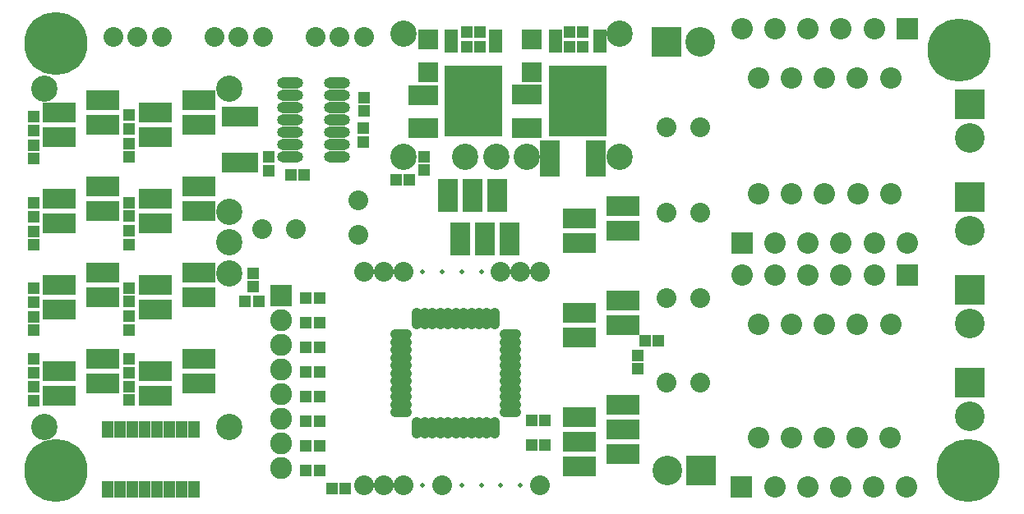
<source format=gts>
%FSAX25Y25*%
%MOIN*%
G70*
G01*
G75*
G04 Layer_Color=8388736*
%ADD10O,0.06890X0.02165*%
%ADD11O,0.02165X0.06890*%
%ADD12R,0.03740X0.07480*%
%ADD13R,0.21654X0.27165*%
%ADD14R,0.11811X0.05906*%
%ADD15R,0.11811X0.05906*%
%ADD16R,0.02992X0.04921*%
%ADD17O,0.08661X0.02362*%
%ADD18R,0.12500X0.06000*%
%ADD19R,0.10000X0.06000*%
%ADD20R,0.03000X0.03000*%
%ADD21R,0.03000X0.03000*%
%ADD22R,0.05906X0.11811*%
%ADD23R,0.05906X0.11811*%
%ADD24R,0.06000X0.06000*%
%ADD25R,0.06000X0.12500*%
%ADD26C,0.03500*%
%ADD27C,0.01200*%
%ADD28C,0.01500*%
%ADD29C,0.05000*%
%ADD30C,0.08000*%
%ADD31C,0.06000*%
%ADD32C,0.08661*%
%ADD33R,0.10000X0.10000*%
%ADD34C,0.10000*%
%ADD35C,0.06693*%
%ADD36R,0.06693X0.06693*%
%ADD37C,0.06890*%
%ADD38R,0.06890X0.06890*%
%ADD39R,0.10000X0.10000*%
%ADD40C,0.23622*%
%ADD41C,0.03200*%
%ADD42O,0.06693X0.01378*%
%ADD43R,0.06693X0.01378*%
%ADD44R,0.06000X0.06000*%
%ADD45R,0.05000X0.06000*%
%ADD46R,0.06000X0.10000*%
%ADD47C,0.00984*%
%ADD48C,0.02362*%
%ADD49C,0.01000*%
%ADD50C,0.02000*%
%ADD51C,0.00787*%
%ADD52C,0.00500*%
%ADD53R,0.18800X0.24800*%
%ADD54O,0.08890X0.04165*%
%ADD55O,0.04165X0.08890*%
%ADD56R,0.05740X0.09480*%
%ADD57R,0.23654X0.29165*%
%ADD58R,0.13811X0.07906*%
%ADD59R,0.13811X0.07906*%
%ADD60R,0.04992X0.06921*%
%ADD61O,0.10661X0.04362*%
%ADD62R,0.14500X0.08000*%
%ADD63R,0.12000X0.08000*%
%ADD64R,0.05000X0.05000*%
%ADD65R,0.05000X0.05000*%
%ADD66R,0.07906X0.13811*%
%ADD67R,0.07906X0.13811*%
%ADD68R,0.08000X0.08000*%
%ADD69R,0.08000X0.14500*%
%ADD70C,0.08000*%
%ADD71C,0.02000*%
%ADD72C,0.10661*%
%ADD73R,0.12000X0.12000*%
%ADD74C,0.12000*%
%ADD75C,0.08693*%
%ADD76R,0.08693X0.08693*%
%ADD77C,0.08890*%
%ADD78R,0.08890X0.08890*%
%ADD79R,0.12000X0.12000*%
%ADD80C,0.25622*%
D54*
X0196244Y-0161480D02*
D03*
Y-0158331D02*
D03*
Y-0155181D02*
D03*
Y-0152032D02*
D03*
Y-0148882D02*
D03*
Y-0145732D02*
D03*
Y-0142583D02*
D03*
Y-0139433D02*
D03*
Y-0136284D02*
D03*
Y-0133134D02*
D03*
Y-0129984D02*
D03*
X0151756D02*
D03*
Y-0133134D02*
D03*
Y-0136284D02*
D03*
Y-0139433D02*
D03*
Y-0142583D02*
D03*
Y-0145732D02*
D03*
Y-0148882D02*
D03*
Y-0152032D02*
D03*
Y-0155181D02*
D03*
Y-0158331D02*
D03*
Y-0161480D02*
D03*
D55*
X0189748Y-0123488D02*
D03*
X0186598D02*
D03*
X0183449D02*
D03*
X0180299D02*
D03*
X0177150D02*
D03*
X0174000D02*
D03*
X0170850D02*
D03*
X0167701D02*
D03*
X0164551D02*
D03*
X0161402D02*
D03*
X0158252D02*
D03*
Y-0167976D02*
D03*
X0161402D02*
D03*
X0164551D02*
D03*
X0167701D02*
D03*
X0170850D02*
D03*
X0174000D02*
D03*
X0177150D02*
D03*
X0180299D02*
D03*
X0183449D02*
D03*
X0186598D02*
D03*
X0189748D02*
D03*
D56*
X0190176Y-0010774D02*
D03*
X0172224D02*
D03*
X0232376D02*
D03*
X0214424D02*
D03*
D57*
X0181200Y-0035184D02*
D03*
X0223400D02*
D03*
D58*
X0052042Y-0039900D02*
D03*
Y-0049900D02*
D03*
X0241658Y-0158500D02*
D03*
X0223942Y-0183500D02*
D03*
Y-0173500D02*
D03*
X0224042Y-0121100D02*
D03*
Y-0131100D02*
D03*
Y-0082900D02*
D03*
Y-0092900D02*
D03*
X0013042Y-0144900D02*
D03*
Y-0154900D02*
D03*
Y-0109900D02*
D03*
Y-0119900D02*
D03*
Y-0074900D02*
D03*
Y-0084900D02*
D03*
Y-0039900D02*
D03*
Y-0049900D02*
D03*
X0052042Y-0144900D02*
D03*
Y-0154900D02*
D03*
Y-0109900D02*
D03*
Y-0119900D02*
D03*
Y-0074900D02*
D03*
Y-0084900D02*
D03*
D59*
X0069758Y-0034900D02*
D03*
Y-0044900D02*
D03*
X0241658Y-0168500D02*
D03*
Y-0178500D02*
D03*
X0223942Y-0163500D02*
D03*
X0241758Y-0116100D02*
D03*
Y-0126100D02*
D03*
Y-0077900D02*
D03*
Y-0087900D02*
D03*
X0030758Y-0139900D02*
D03*
Y-0149900D02*
D03*
Y-0104900D02*
D03*
Y-0114900D02*
D03*
Y-0069900D02*
D03*
Y-0079900D02*
D03*
Y-0034900D02*
D03*
Y-0044900D02*
D03*
X0069758Y-0139900D02*
D03*
Y-0149900D02*
D03*
Y-0104900D02*
D03*
Y-0114900D02*
D03*
Y-0069900D02*
D03*
Y-0079900D02*
D03*
D60*
X0032700Y-0168494D02*
D03*
X0037700D02*
D03*
X0047700Y-0192706D02*
D03*
X0037700D02*
D03*
X0032700D02*
D03*
X0042700Y-0168494D02*
D03*
X0047700D02*
D03*
X0042700Y-0192706D02*
D03*
X0067700Y-0168494D02*
D03*
X0062700D02*
D03*
X0057700D02*
D03*
Y-0192706D02*
D03*
X0062700D02*
D03*
X0067700D02*
D03*
X0052700Y-0168494D02*
D03*
Y-0192706D02*
D03*
D61*
X0125649Y-0057900D02*
D03*
Y-0052900D02*
D03*
Y-0047900D02*
D03*
Y-0042900D02*
D03*
Y-0037900D02*
D03*
Y-0032900D02*
D03*
Y-0027900D02*
D03*
X0106751Y-0057900D02*
D03*
Y-0052900D02*
D03*
Y-0047900D02*
D03*
Y-0042900D02*
D03*
Y-0037900D02*
D03*
Y-0032900D02*
D03*
Y-0027900D02*
D03*
D62*
X0086600Y-0060150D02*
D03*
Y-0041650D02*
D03*
D63*
X0160700Y-0046250D02*
D03*
Y-0032750D02*
D03*
X0202900Y-0046050D02*
D03*
Y-0032550D02*
D03*
D64*
X0118750Y-0185000D02*
D03*
X0113250D02*
D03*
X0256150Y-0132400D02*
D03*
X0250650D02*
D03*
X0225550Y-0013300D02*
D03*
X0220050D02*
D03*
X0183850Y-0013200D02*
D03*
X0178350D02*
D03*
X0149650Y-0067200D02*
D03*
X0155150D02*
D03*
X0088450Y-0116600D02*
D03*
X0093950D02*
D03*
X0225550Y-0007300D02*
D03*
X0220050D02*
D03*
X0183850D02*
D03*
X0178350D02*
D03*
X0204750Y-0174700D02*
D03*
X0210250D02*
D03*
X0204750Y-0164700D02*
D03*
X0210250D02*
D03*
X0107050Y-0065200D02*
D03*
X0112550D02*
D03*
X0129250Y-0192400D02*
D03*
X0123750D02*
D03*
X0118750Y-0115000D02*
D03*
X0113250D02*
D03*
X0118750Y-0125000D02*
D03*
X0113250D02*
D03*
X0118750Y-0135000D02*
D03*
X0113250D02*
D03*
X0118750Y-0145000D02*
D03*
X0113250D02*
D03*
X0118750Y-0155000D02*
D03*
X0113250D02*
D03*
X0118750Y-0165000D02*
D03*
X0113250D02*
D03*
X0118750Y-0175000D02*
D03*
X0113250D02*
D03*
D65*
X0161200Y-0057750D02*
D03*
Y-0063250D02*
D03*
X0091900Y-0105050D02*
D03*
Y-0110550D02*
D03*
X0247700Y-0143950D02*
D03*
Y-0138450D02*
D03*
X0136700Y-0033750D02*
D03*
Y-0039250D02*
D03*
X0136600Y-0051750D02*
D03*
Y-0046250D02*
D03*
X0098200Y-0057950D02*
D03*
Y-0063450D02*
D03*
X0002900Y-0151250D02*
D03*
Y-0156750D02*
D03*
Y-0122750D02*
D03*
Y-0128250D02*
D03*
Y-0088050D02*
D03*
Y-0093550D02*
D03*
Y-0053050D02*
D03*
Y-0058550D02*
D03*
X0041600Y-0151050D02*
D03*
Y-0156550D02*
D03*
Y-0122550D02*
D03*
Y-0128050D02*
D03*
Y-0087950D02*
D03*
Y-0093450D02*
D03*
Y-0052450D02*
D03*
Y-0057950D02*
D03*
X0002900Y-0145350D02*
D03*
Y-0139850D02*
D03*
Y-0116750D02*
D03*
Y-0111250D02*
D03*
Y-0082050D02*
D03*
Y-0076550D02*
D03*
Y-0047050D02*
D03*
Y-0041550D02*
D03*
X0041600Y-0145350D02*
D03*
Y-0139850D02*
D03*
Y-0116550D02*
D03*
Y-0111050D02*
D03*
Y-0081950D02*
D03*
Y-0076450D02*
D03*
Y-0046400D02*
D03*
Y-0040900D02*
D03*
D66*
X0185900Y-0091158D02*
D03*
X0175900D02*
D03*
X0190900Y-0073442D02*
D03*
D67*
X0195900Y-0091158D02*
D03*
X0170900Y-0073442D02*
D03*
X0180900D02*
D03*
D68*
X0204900Y-0023550D02*
D03*
Y-0010050D02*
D03*
X0162700Y-0023650D02*
D03*
Y-0010150D02*
D03*
D69*
X0230750Y-0058500D02*
D03*
X0212250D02*
D03*
D70*
X0208000Y-0104400D02*
D03*
X0168500Y-0191000D02*
D03*
X0152700D02*
D03*
X0144800D02*
D03*
X0136900D02*
D03*
Y-0104400D02*
D03*
X0144800D02*
D03*
X0152700D02*
D03*
X0192200D02*
D03*
X0200100D02*
D03*
X0208000Y-0191000D02*
D03*
X0054685Y-0009000D02*
D03*
X0044842D02*
D03*
X0035000D02*
D03*
X0109190Y-0087300D02*
D03*
X0095410D02*
D03*
X0095685Y-0009000D02*
D03*
X0085843D02*
D03*
X0076000D02*
D03*
X0136685D02*
D03*
X0126842D02*
D03*
X0117000D02*
D03*
X0273190Y-0045800D02*
D03*
X0259410D02*
D03*
X0273190Y-0080400D02*
D03*
X0259410D02*
D03*
X0273190Y-0115000D02*
D03*
X0259410D02*
D03*
X0273190Y-0149600D02*
D03*
X0259410D02*
D03*
X0134600Y-0089390D02*
D03*
Y-0075610D02*
D03*
D71*
X0200100Y-0191000D02*
D03*
X0192200D02*
D03*
X0184300D02*
D03*
X0176400D02*
D03*
X0160600D02*
D03*
Y-0104400D02*
D03*
X0168500D02*
D03*
X0176400D02*
D03*
X0184300D02*
D03*
D72*
X0082200Y-0092500D02*
D03*
X0007200Y-0030000D02*
D03*
Y-0167500D02*
D03*
X0082200D02*
D03*
Y-0105000D02*
D03*
Y-0080000D02*
D03*
Y-0030000D02*
D03*
X0190300Y-0057700D02*
D03*
X0240300Y-0007700D02*
D03*
X0152800D02*
D03*
Y-0057700D02*
D03*
X0177800D02*
D03*
X0202800D02*
D03*
X0240300D02*
D03*
D73*
X0273400Y-0185300D02*
D03*
X0259400Y-0011300D02*
D03*
D74*
X0259620Y-0185300D02*
D03*
X0382400Y-0050180D02*
D03*
Y-0087846D02*
D03*
Y-0125513D02*
D03*
Y-0163180D02*
D03*
X0273180Y-0011300D02*
D03*
D75*
X0330093Y-0191876D02*
D03*
X0323400Y-0171876D02*
D03*
X0316707Y-0191876D02*
D03*
X0310014Y-0171876D02*
D03*
X0303321Y-0191876D02*
D03*
X0296628Y-0171876D02*
D03*
X0356864Y-0191876D02*
D03*
X0350171Y-0171876D02*
D03*
X0343479Y-0191876D02*
D03*
X0336786Y-0171876D02*
D03*
X0316833Y-0005985D02*
D03*
X0323526Y-0025985D02*
D03*
X0330219Y-0005985D02*
D03*
X0336912Y-0025985D02*
D03*
X0343605Y-0005985D02*
D03*
X0350297Y-0025985D02*
D03*
X0290061Y-0005985D02*
D03*
X0296754Y-0025985D02*
D03*
X0303447Y-0005985D02*
D03*
X0310140Y-0025985D02*
D03*
X0330267Y-0092900D02*
D03*
X0323574Y-0072900D02*
D03*
X0316881Y-0092900D02*
D03*
X0310188Y-0072900D02*
D03*
X0303495Y-0092900D02*
D03*
X0296802Y-0072900D02*
D03*
X0357039Y-0092900D02*
D03*
X0350346Y-0072900D02*
D03*
X0343653Y-0092900D02*
D03*
X0336960Y-0072900D02*
D03*
X0316833Y-0105985D02*
D03*
X0323526Y-0125985D02*
D03*
X0330219Y-0105985D02*
D03*
X0336912Y-0125985D02*
D03*
X0343605Y-0105985D02*
D03*
X0350297Y-0125985D02*
D03*
X0290061Y-0105985D02*
D03*
X0296754Y-0125985D02*
D03*
X0303447Y-0105985D02*
D03*
X0310140Y-0125985D02*
D03*
D76*
X0289935Y-0191876D02*
D03*
X0356990Y-0005985D02*
D03*
X0290109Y-0092900D02*
D03*
X0356990Y-0105985D02*
D03*
D77*
X0103000Y-0174000D02*
D03*
Y-0164000D02*
D03*
Y-0154000D02*
D03*
Y-0144000D02*
D03*
Y-0134000D02*
D03*
Y-0124000D02*
D03*
Y-0184000D02*
D03*
D78*
Y-0114000D02*
D03*
D79*
X0382400Y-0036400D02*
D03*
Y-0074067D02*
D03*
Y-0111733D02*
D03*
Y-0149400D02*
D03*
D80*
X0011811Y-0011811D02*
D03*
X0378100Y-0014500D02*
D03*
X0381890Y-0185039D02*
D03*
X0011811D02*
D03*
M02*

</source>
